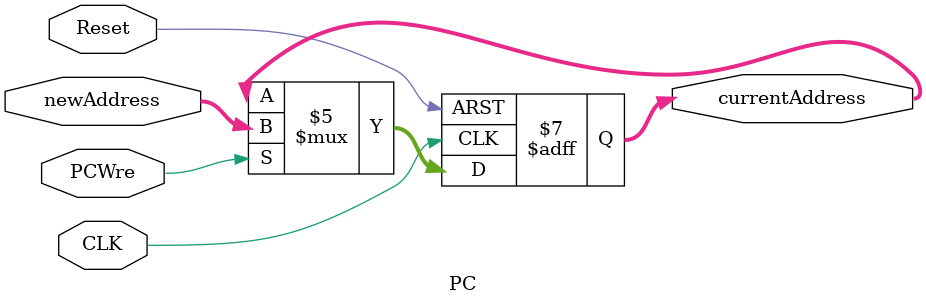
<source format=v>
`timescale 1ns / 1ps
module PC(
    input CLK,                         // Ê±ÖÓ
    input Reset,                       // ÖØÖÃÐÅºÅ
    input PCWre,                       // PCÊÇ·ñ¸ü¸Ä£¬Èç¹ûÎª0£¬PC²»¸ü¸Ä
    input [31:0] newAddress,           // ÐÂÖ¸Áî
    output reg[31:0] currentAddress    // µ±Ç°Ö¸Áî
    );

	initial begin
		currentAddress <= 0;  // ·Ç×èÈû¸³Öµ
	end
	
	always@(posedge CLK or posedge Reset)
	 begin
		if (Reset == 1)  currentAddress <= 0;  // Èç¹ûÖØÖÃ£¬¸³ÖµÎª0
		else 
		 begin
			if (PCWre)  currentAddress <= newAddress;
			else  currentAddress <= currentAddress;
		 end
	 end 

endmodule

</source>
